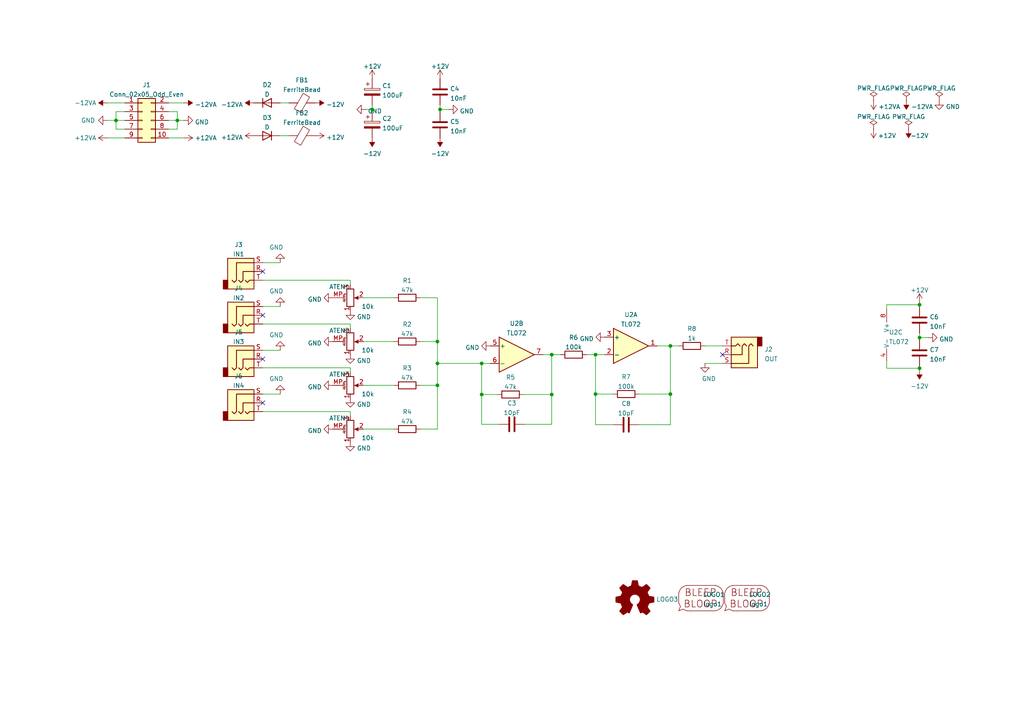
<source format=kicad_sch>
(kicad_sch (version 20211123) (generator eeschema)
  (paper "A4")
  (title_block (title "Mixer") (date "2022-08-06") (rev "1.0") (company "RobotDialogs"))
  (lib_symbols
    (symbol "Amplifier_Operational:TL072" (pin_names (offset 0.127))
      (property "Reference" "U" (at 0 5.08 0))
      (property "Value" "TL072" (at 0 -5.08 0))
      (symbol "TL072_1_1"
        (polyline (pts (xy -5.08 5.08) (xy 5.08 0) (xy -5.08 -5.08) (xy -5.08 5.08)) (stroke (width 0.254)) (fill (type background)))
        (pin output line (at 7.62 0 180) (length 2.54) (name "~") (number "1"))
        (pin input line (at -7.62 -2.54 0) (length 2.54) (name "-") (number "2"))
        (pin input line (at -7.62 2.54 0) (length 2.54) (name "+") (number "3"))
      )
      (symbol "TL072_2_1"
        (polyline (pts (xy -5.08 5.08) (xy 5.08 0) (xy -5.08 -5.08) (xy -5.08 5.08)) (stroke (width 0.254)) (fill (type background)))
        (pin input line (at -7.62 2.54 0) (length 2.54) (name "+") (number "5"))
        (pin input line (at -7.62 -2.54 0) (length 2.54) (name "-") (number "6"))
        (pin output line (at 7.62 0 180) (length 2.54) (name "~") (number "7"))
      )
      (symbol "TL072_3_1"
        (pin power_in line (at -2.54 -7.62 90) (length 3.81) (name "V-") (number "4"))
        (pin power_in line (at -2.54 7.62 270) (length 3.81) (name "V+") (number "8"))
      )
    )
    (symbol "Connector:AudioJack3"
      (property "Reference" "J" (at 0 8.89 0))
      (property "Value" "AudioJack3" (at 0 6.35 0))
      (symbol "AudioJack3_0_1"
        (rectangle (start -5.08 -5.08) (end -6.35 -2.54) (stroke (width 0.254)) (fill (type outline)))
        (polyline (pts (xy 0 -2.54) (xy 0.635 -3.175) (xy 1.27 -2.54) (xy 2.54 -2.54)) (stroke (width 0.254)))
        (polyline (pts (xy -1.905 -2.54) (xy -1.27 -3.175) (xy -0.635 -2.54) (xy -0.635 0) (xy 2.54 0)) (stroke (width 0.254)))
        (polyline (pts (xy 2.54 2.54) (xy -2.54 2.54) (xy -2.54 -2.54) (xy -3.175 -3.175) (xy -3.81 -2.54)) (stroke (width 0.254)))
        (rectangle (start 2.54 3.81) (end -5.08 -5.08) (stroke (width 0.254)) (fill (type background)))
      )
      (symbol "AudioJack3_1_1"
        (pin passive line (at 5.08 0 180) (length 2.54) (name "~") (number "R"))
        (pin passive line (at 5.08 2.54 180) (length 2.54) (name "~") (number "S"))
        (pin passive line (at 5.08 -2.54 180) (length 2.54) (name "~") (number "T"))
      )
    )
    (symbol "Connector_Generic:Conn_02x05_Odd_Even" (pin_names (offset 1.016) hide)
      (property "Reference" "J" (at 1.27 7.62 0))
      (property "Value" "Conn_02x05_Odd_Even" (at 1.27 -7.62 0))
      (symbol "Conn_02x05_Odd_Even_1_1"
        (rectangle (start -1.27 -4.953) (end 0 -5.207) (stroke (width 0.1524)))
        (rectangle (start -1.27 -2.413) (end 0 -2.667) (stroke (width 0.1524)))
        (rectangle (start -1.27 0.127) (end 0 -0.127) (stroke (width 0.1524)))
        (rectangle (start -1.27 2.667) (end 0 2.413) (stroke (width 0.1524)))
        (rectangle (start -1.27 5.207) (end 0 4.953) (stroke (width 0.1524)))
        (rectangle (start -1.27 6.35) (end 3.81 -6.35) (stroke (width 0.254)) (fill (type background)))
        (rectangle (start 3.81 -4.953) (end 2.54 -5.207) (stroke (width 0.1524)))
        (rectangle (start 3.81 -2.413) (end 2.54 -2.667) (stroke (width 0.1524)))
        (rectangle (start 3.81 0.127) (end 2.54 -0.127) (stroke (width 0.1524)))
        (rectangle (start 3.81 2.667) (end 2.54 2.413) (stroke (width 0.1524)))
        (rectangle (start 3.81 5.207) (end 2.54 4.953) (stroke (width 0.1524)))
        (pin passive line (at -5.08 5.08 0) (length 3.81) (name "Pin_1") (number "1"))
        (pin passive line (at 7.62 -5.08 180) (length 3.81) (name "Pin_10") (number "10"))
        (pin passive line (at 7.62 5.08 180) (length 3.81) (name "Pin_2") (number "2"))
        (pin passive line (at -5.08 2.54 0) (length 3.81) (name "Pin_3") (number "3"))
        (pin passive line (at 7.62 2.54 180) (length 3.81) (name "Pin_4") (number "4"))
        (pin passive line (at -5.08 0 0) (length 3.81) (name "Pin_5") (number "5"))
        (pin passive line (at 7.62 0 180) (length 3.81) (name "Pin_6") (number "6"))
        (pin passive line (at -5.08 -2.54 0) (length 3.81) (name "Pin_7") (number "7"))
        (pin passive line (at 7.62 -2.54 180) (length 3.81) (name "Pin_8") (number "8"))
        (pin passive line (at -5.08 -5.08 0) (length 3.81) (name "Pin_9") (number "9"))
      )
    )
    (symbol "Device:C" (pin_numbers hide) (pin_names (offset 0.254))
      (property "Reference" "C" (at 0.635 2.54 0))
      (property "Value" "C" (at 0.635 -2.54 0))
      (symbol "C_0_1"
        (polyline (pts (xy -2.032 -0.762) (xy 2.032 -0.762)) (stroke (width 0.508)))
        (polyline (pts (xy -2.032 0.762) (xy 2.032 0.762)) (stroke (width 0.508)))
      )
      (symbol "C_1_1"
        (pin passive line (at 0 3.81 270) (length 2.794) (name "~") (number "1"))
        (pin passive line (at 0 -3.81 90) (length 2.794) (name "~") (number "2"))
      )
    )
    (symbol "Device:C_Polarized" (pin_numbers hide) (pin_names (offset 0.254))
      (property "Reference" "C" (at 0.635 2.54 0))
      (property "Value" "C_Polarized" (at 0.635 -2.54 0))
      (symbol "C_Polarized_0_1"
        (rectangle (start -2.286 0.508) (end 2.286 1.016))
        (polyline (pts (xy -1.778 2.286) (xy -0.762 2.286)))
        (polyline (pts (xy -1.27 2.794) (xy -1.27 1.778)))
        (rectangle (start 2.286 -0.508) (end -2.286 -1.016) (fill (type outline)))
      )
      (symbol "C_Polarized_1_1"
        (pin passive line (at 0 3.81 270) (length 2.794) (name "~") (number "1"))
        (pin passive line (at 0 -3.81 90) (length 2.794) (name "~") (number "2"))
      )
    )
    (symbol "Device:D" (pin_numbers hide) (pin_names (offset 1.016) hide)
      (property "Reference" "D" (at 0 2.54 0))
      (property "Value" "D" (at 0 -2.54 0))
      (symbol "D_0_1"
        (polyline (pts (xy -1.27 1.27) (xy -1.27 -1.27)) (stroke (width 0.254)))
        (polyline (pts (xy 1.27 0) (xy -1.27 0)))
        (polyline (pts (xy 1.27 1.27) (xy 1.27 -1.27) (xy -1.27 0) (xy 1.27 1.27)) (stroke (width 0.254)))
      )
      (symbol "D_1_1"
        (pin passive line (at -3.81 0 0) (length 2.54) (name "K") (number "1"))
        (pin passive line (at 3.81 0 180) (length 2.54) (name "A") (number "2"))
      )
    )
    (symbol "Device:FerriteBead" (pin_numbers hide) (pin_names (offset 0))
      (property "Reference" "FB" (at -3.81 0.635 90))
      (property "Value" "FerriteBead" (at 3.81 0 90))
      (symbol "FerriteBead_0_1"
        (polyline (pts (xy 0 -1.27) (xy 0 -1.2192)))
        (polyline (pts (xy 0 1.27) (xy 0 1.2954)))
        (polyline (pts (xy -2.7686 0.4064) (xy -1.7018 2.2606) (xy 2.7686 -0.3048) (xy 1.6764 -2.159) (xy -2.7686 0.4064)))
      )
      (symbol "FerriteBead_1_1"
        (pin passive line (at 0 3.81 270) (length 2.54) (name "~") (number "1"))
        (pin passive line (at 0 -3.81 90) (length 2.54) (name "~") (number "2"))
      )
    )
    (symbol "Device:R" (pin_numbers hide) (pin_names (offset 0))
      (property "Reference" "R" (at 2.032 0 90))
      (property "Value" "R" (at 0 0 90))
      (symbol "R_0_1"
        (rectangle (start -1.016 -2.54) (end 1.016 2.54) (stroke (width 0.254)))
      )
      (symbol "R_1_1"
        (pin passive line (at 0 3.81 270) (length 1.27) (name "~") (number "1"))
        (pin passive line (at 0 -3.81 90) (length 1.27) (name "~") (number "2"))
      )
    )
    (symbol "Device:R_Potentiometer_MountingPin" (pin_names (offset 1.016) hide)
      (property "Reference" "RV" (at -8.255 0 90))
      (property "Value" "R_Potentiometer_MountingPin" (at -6.35 0 90))
      (symbol "R_Potentiometer_MountingPin_0_1"
        (polyline (pts (xy 2.54 0) (xy 1.524 0)))
        (polyline (pts (xy 1.143 0) (xy 2.286 0.508) (xy 2.286 -0.508)) (fill (type outline)))
        (rectangle (start 1.016 2.54) (end -1.016 -2.54) (stroke (width 0.254)))
      )
      (symbol "R_Potentiometer_MountingPin_1_1"
        (polyline (pts (xy -2.032 1.016) (xy -2.032 -1.016)) (stroke (width 0.1524)))
        (text "Mounting" (at -1.651 0 900) (effects (font (size 0.381 0.381))))
        (pin passive line (at 0 3.81 270) (length 1.27) (name "1") (number "1"))
        (pin passive line (at 3.81 0 180) (length 1.27) (name "2") (number "2"))
        (pin passive line (at 0 -3.81 90) (length 1.27) (name "3") (number "3"))
        (pin passive line (at -5.08 0 0) (length 3.048) (name "MountPin") (number "MP"))
      )
    )
    (symbol "My Stuff:Logo_Open_Hardware_Small" (pin_names (offset 1.016))
      (property "Reference" "LOGO1" (at 0 6.985 0))
      (symbol "Logo_Open_Hardware_Small_0_1"
        (polyline (pts (xy 3.3528 -4.3434) (xy 3.302 -4.318) (xy 3.175 -4.2418) (xy 2.9972 -4.1148) (xy 2.7686 -3.9624) (xy 2.54 -3.81) (xy 2.3622 -3.7084) (xy 2.2352 -3.6068) (xy 2.1844 -3.5814) (xy 2.159 -3.6068) (xy 2.0574 -3.6576) (xy 1.905 -3.7338) (xy 1.8034 -3.7846) (xy 1.6764 -3.8354) (xy 1.6002 -3.8354) (xy 1.6002 -3.8354) (xy 1.5494 -3.7338) (xy 1.4732 -3.5306) (xy 1.3462 -3.302) (xy 1.2446 -3.0226) (xy 1.1176 -2.7178) (xy 0.9652 -2.413) (xy 0.8636 -2.1082) (xy 0.7366 -1.8288) (xy 0.6604 -1.6256) (xy 0.6096 -1.4732) (xy 0.5842 -1.397) (xy 0.5842 -1.397) (xy 0.6604 -1.3208) (xy 0.7874 -1.2446) (xy 1.0414 -1.016) (xy 1.2954 -0.6858) (xy 1.4478 -0.3302) (xy 1.524 0.0762) (xy 1.4732 0.4572) (xy 1.3208 0.8128) (xy 1.0668 1.143) (xy 0.762 1.3716) (xy 0.4064 1.524) (xy 0 1.5748) (xy -0.381 1.5494) (xy -0.7366 1.397) (xy -1.0668 1.143) (xy -1.2192 0.9906) (xy -1.397 0.6604) (xy -1.524 0.3048) (xy -1.524 0.2286) (xy -1.4986 -0.1778) (xy -1.397 -0.5334) (xy -1.1938 -0.8636) (xy -0.9144 -1.143) (xy -0.8636 -1.1684) (xy -0.7366 -1.27) (xy -0.635 -1.3462) (xy -0.5842 -1.397) (xy -1.0668 -2.5908) (xy -1.143 -2.794) (xy -1.2954 -3.1242) (xy -1.397 -3.4036) (xy -1.4986 -3.6322) (xy -1.5748 -3.7846) (xy -1.6002 -3.8354) (xy -1.6002 -3.8354) (xy -1.651 -3.8354) (xy -1.7272 -3.81) (xy -1.905 -3.7338) (xy -2.0066 -3.683) (xy -2.1336 -3.6068) (xy -2.2098 -3.5814) (xy -2.2606 -3.6068) (xy -2.3622 -3.683) (xy -2.54 -3.81) (xy -2.7686 -3.9624) (xy -2.9718 -4.0894) (xy -3.1496 -4.2164) (xy -3.302 -4.318) (xy -3.3528 -4.3434) (xy -3.3782 -4.3434) (xy -3.429 -4.318) (xy -3.5306 -4.2164) (xy -3.7084 -4.064) (xy -3.937 -3.8354) (xy -3.9624 -3.81) (xy -4.1656 -3.6068) (xy -4.318 -3.4544) (xy -4.4196 -3.3274) (xy -4.445 -3.2766) (xy -4.445 -3.2766) (xy -4.4196 -3.2258) (xy -4.318 -3.0734) (xy -4.2164 -2.8956) (xy -4.064 -2.667) (xy -3.6576 -2.0828) (xy -3.8862 -1.5494) (xy -3.937 -1.3716) (xy -4.0386 -1.1684) (xy -4.0894 -1.0414) (xy -4.1148 -0.9652) (xy -4.191 -0.9398) (xy -4.318 -0.9144) (xy -4.5466 -0.8636) (xy -4.8006 -0.8128) (xy -5.0546 -0.7874) (xy -5.2578 -0.7366) (xy -5.4356 -0.7112) (xy -5.5118 -0.6858) (xy -5.5118 -0.6858) (xy -5.5372 -0.635) (xy -5.5372 -0.5588) (xy -5.5372 -0.4318) (xy -5.5626 -0.2286) (xy -5.5626 0.0762) (xy -5.5626 0.127) (xy -5.5372 0.4064) (xy -5.5372 0.635) (xy -5.5372 0.762) (xy -5.5372 0.8382) (xy -5.5372 0.8382) (xy -5.461 0.8382) (xy -5.3086 0.889) (xy -5.08 0.9144) (xy -4.826 0.9652) (xy -4.8006 0.9906) (xy -4.5466 1.0414) (xy -4.318 1.0668) (xy -4.1656 1.1176) (xy -4.0894 1.143) (xy -4.0894 1.143) (xy -4.0386 1.2446) (xy -3.9624 1.4224) (xy -3.8608 1.6256) (xy -3.7846 1.8288) (xy -3.7084 2.0066) (xy -3.6576 2.159) (xy -3.6322 2.2098) (xy -3.6322 2.2098) (xy -3.683 2.286) (xy -3.7592 2.413) (xy -3.8862 2.5908) (xy -4.064 2.8194) (xy -4.064 2.8448) (xy -4.2164 3.0734) (xy -4.3434 3.2512) (xy -4.4196 3.3782) (xy -4.445 3.4544) (xy -4.445 3.4544) (xy -4.3942 3.5052) (xy -4.2926 3.6322) (xy -4.1148 3.81) (xy -3.937 4.0132) (xy -3.8608 4.064) (xy -3.6576 4.2926) (xy -3.5052 4.4196) (xy -3.4036 4.4958) (xy -3.3528 4.5212) (xy -3.3528 4.5212) (xy -3.302 4.4704) (xy -3.1496 4.3688) (xy -2.9718 4.2418) (xy -2.7432 4.0894) (xy -2.7178 4.0894) (xy -2.4892 3.937) (xy -2.3114 3.81) (xy -2.1844 3.7084) (xy -2.1336 3.683) (xy -2.1082 3.683) (xy -2.032 3.7084) (xy -1.8542 3.7592) (xy -1.6764 3.8354) (xy -1.4732 3.937) (xy -1.27 4.0132) (xy -1.143 4.064) (xy -1.0668 4.1148) (xy -1.0668 4.1148) (xy -1.0414 4.191) (xy -1.016 4.3434) (xy -0.9652 4.572) (xy -0.9144 4.8514) (xy -0.889 4.9022) (xy -0.8382 5.1562) (xy -0.8128 5.3848) (xy -0.7874 5.5372) (xy -0.762 5.588) (xy -0.7112 5.6134) (xy -0.5842 5.6134) (xy -0.4064 5.6134) (xy -0.1524 5.6134) (xy 0.0762 5.6134) (xy 0.3302 5.6134) (xy 0.5334 5.6134) (xy 0.6858 5.588) (xy 0.7366 5.588) (xy 0.7366 5.588) (xy 0.762 5.5118) (xy 0.8128 5.334) (xy 0.8382 5.1054) (xy 0.9144 4.826) (xy 0.9144 4.7752) (xy 0.9652 4.5212) (xy 1.016 4.2926) (xy 1.0414 4.1402) (xy 1.0668 4.0894) (xy 1.0668 4.0894) (xy 1.1938 4.0386) (xy 1.3716 3.9624) (xy 1.5748 3.8608) (xy 2.0828 3.6576) (xy 2.7178 4.0894) (xy 2.7686 4.1402) (xy 2.9972 4.2926) (xy 3.175 4.4196) (xy 3.302 4.4958) (xy 3.3782 4.5212) (xy 3.3782 4.5212) (xy 3.429 4.4704) (xy 3.556 4.3434) (xy 3.7338 4.191) (xy 3.9116 3.9878) (xy 4.064 3.8354) (xy 4.2418 3.6576) (xy 4.3434 3.556) (xy 4.4196 3.4798) (xy 4.4196 3.429) (xy 4.4196 3.4036) (xy 4.3942 3.3274) (xy 4.2926 3.2004) (xy 4.1656 2.9972) (xy 4.0132 2.794) (xy 3.8862 2.5908) (xy 3.7592 2.3876) (xy 3.6576 2.2352) (xy 3.6322 2.159) (xy 3.6322 2.1336) (xy 3.683 2.0066) (xy 3.7592 1.8288) (xy 3.8608 1.6002) (xy 4.064 1.1176) (xy 4.3942 1.0414) (xy 4.5974 1.016) (xy 4.8768 0.9652) (xy 5.1308 0.9144) (xy 5.5372 0.8382) (xy 5.5626 -0.6604) (xy 5.4864 -0.6858) (xy 5.4356 -0.6858) (xy 5.2832 -0.7366) (xy 5.0546 -0.762) (xy 4.8006 -0.8128) (xy 4.5974 -0.8636) (xy 4.3688 -0.9144) (xy 4.2164 -0.9398) (xy 4.1402 -0.9398) (xy 4.1148 -0.9652) (xy 4.064 -1.0668) (xy 3.9878 -1.2446) (xy 3.9116 -1.4478) (xy 3.81 -1.651) (xy 3.7338 -1.8542) (xy 3.683 -2.0066) (xy 3.6576 -2.0828) (xy 3.683 -2.1336) (xy 3.7846 -2.2606) (xy 3.8862 -2.4638) (xy 4.0386 -2.667) (xy 4.191 -2.8956) (xy 4.318 -3.0734) (xy 4.3942 -3.2004) (xy 4.445 -3.2766) (xy 4.4196 -3.3274) (xy 4.3434 -3.429) (xy 4.1656 -3.5814) (xy 3.937 -3.8354) (xy 3.8862 -3.8608) (xy 3.683 -4.064) (xy 3.5306 -4.2164) (xy 3.4036 -4.318) (xy 3.3528 -4.3434)) (fill (type outline)))
      )
    )
    (symbol "My Stuff:logo1" (pin_names (offset 1.016))
      (property "Reference" "LOGO" (at 0 -4.826 0))
      (property "Value" "logo1" (at 0 4.826 0))
      (symbol "logo1_0_0"
        (text "" (at -1.27 1.27 0) (effects (font (size 1.27 1.27))))
        (text "BLEEP" (at 0 1.524 0) (effects (font (size 2 2))))
        (text "BLOOP" (at 0 -1.778 0) (effects (font (size 2 2))))
      )
      (symbol "logo1_0_1"
        (rectangle (start -2.794 -4.318) (end -2.794 -4.318) (stroke (width 0.1524)))
        (polyline (pts (xy -6.35 1.27) (xy -6.35 -1.524)) (stroke (width 0.1524)))
        (polyline (pts (xy -4.064 -3.81) (xy 4.318 -3.81)) (stroke (width 0.1524)))
        (polyline (pts (xy -4.064 3.556) (xy 4.318 3.556)) (stroke (width 0.1524)))
        (polyline (pts (xy 6.604 1.27) (xy 6.604 -1.524)) (stroke (width 0.1524)))
        (polyline (pts (xy -6.35 1.27) (xy -6.096 2.032) (xy -5.588 2.794) (xy -4.826 3.302) (xy -4.064 3.556)) (stroke (width 0.1524)))
        (polyline (pts (xy -4.064 -3.81) (xy -5.08 -3.302) (xy -6.35 -3.81) (xy -5.842 -2.54) (xy -6.35 -1.524)) (stroke (width 0.1524)))
        (polyline (pts (xy 4.318 3.556) (xy 5.08 3.302) (xy 5.842 2.794) (xy 6.35 2.032) (xy 6.604 1.27)) (stroke (width 0.1524)))
        (polyline (pts (xy 6.604 -1.524) (xy 6.35 -2.286) (xy 5.842 -3.048) (xy 5.08 -3.556) (xy 4.318 -3.81)) (stroke (width 0.1524)))
      )
    )
    (symbol "power:+12V" (power) (pin_names (offset 0))
      (property "Value" "+12V" (at 0 3.556 0))
      (symbol "+12V_0_1"
        (polyline (pts (xy -0.762 1.27) (xy 0 2.54)))
        (polyline (pts (xy 0 0) (xy 0 2.54)))
        (polyline (pts (xy 0 2.54) (xy 0.762 1.27)))
      )
      (symbol "+12V_1_1"
        (pin power_in line (at 0 0 90) (length 0) hide (name "+12V") (number "1"))
      )
    )
    (symbol "power:+12VA" (power) (pin_names (offset 0))
      (property "Value" "+12VA" (at 0 3.556 0))
      (symbol "+12VA_0_1"
        (polyline (pts (xy -0.762 1.27) (xy 0 2.54)))
        (polyline (pts (xy 0 0) (xy 0 2.54)))
        (polyline (pts (xy 0 2.54) (xy 0.762 1.27)))
      )
      (symbol "+12VA_1_1"
        (pin power_in line (at 0 0 90) (length 0) hide (name "+12VA") (number "1"))
      )
    )
    (symbol "power:-12V" (power) (pin_names (offset 0))
      (property "Value" "-12V" (at 0 3.81 0))
      (symbol "-12V_0_0"
        (pin power_in line (at 0 0 90) (length 0) hide (name "-12V") (number "1"))
      )
      (symbol "-12V_0_1"
        (polyline (pts (xy 0 0) (xy 0 1.27) (xy 0.762 1.27) (xy 0 2.54) (xy -0.762 1.27) (xy 0 1.27)) (fill (type outline)))
      )
    )
    (symbol "power:-12VA" (power) (pin_names (offset 0))
      (property "Value" "-12VA" (at 0 3.556 0))
      (symbol "-12VA_0_0"
        (pin power_in line (at 0 0 90) (length 0) hide (name "-12VA") (number "1"))
      )
      (symbol "-12VA_0_1"
        (polyline (pts (xy 0 0) (xy 0 1.27) (xy 0.762 1.27) (xy 0 2.54) (xy -0.762 1.27) (xy 0 1.27)) (fill (type outline)))
      )
    )
    (symbol "power:GND" (power) (pin_names (offset 0))
      (property "Value" "GND" (at 0 -3.81 0))
      (symbol "GND_0_1"
        (polyline (pts (xy 0 0) (xy 0 -1.27) (xy 1.27 -1.27) (xy 0 -2.54) (xy -1.27 -1.27) (xy 0 -1.27)))
      )
      (symbol "GND_1_1"
        (pin power_in line (at 0 0 270) (length 0) hide (name "GND") (number "1"))
      )
    )
    (symbol "power:PWR_FLAG" (power) (pin_numbers hide) (pin_names (offset 0) hide)
      (property "Value" "PWR_FLAG" (at 0 3.81 0))
      (symbol "PWR_FLAG_0_0"
        (pin power_out line (at 0 0 90) (length 0) (name "pwr") (number "1"))
      )
      (symbol "PWR_FLAG_0_1"
        (polyline (pts (xy 0 0) (xy 0 1.27) (xy -1.016 1.905) (xy 0 2.54) (xy 1.016 1.905) (xy 0 1.27)))
      )
    )
  )
  (junction (at 172.72 114.3))
  (junction (at 51.435 34.925))
  (junction (at 139.7 105.41))
  (junction (at 172.72 102.87))
  (junction (at 126.873 111.76))
  (junction (at 160.02 114.427))
  (junction (at 126.873 99.06))
  (junction (at 33.655 34.925))
  (junction (at 127.635 31.75))
  (junction (at 266.7 97.917))
  (junction (at 266.7 106.807))
  (junction (at 126.873 105.41))
  (junction (at 107.95 31.75))
  (junction (at 194.437 114.3))
  (junction (at 194.437 100.33))
  (junction (at 139.7 114.427))
  (junction (at 266.7 88.392))
  (junction (at 160.02 102.87))
  (no_connect (at 76.2 116.84))
  (no_connect (at 209.55 102.87))
  (no_connect (at 76.2 91.44))
  (no_connect (at 76.2 104.14))
  (no_connect (at 76.2 78.74))
  (wire (pts (xy 170.18 102.87) (xy 172.72 102.87)))
  (wire (pts (xy 121.92 124.46) (xy 126.873 124.46)))
  (wire (pts (xy 157.48 102.87) (xy 160.02 102.87)))
  (wire (pts (xy 139.7 105.41) (xy 142.24 105.41)))
  (wire (pts (xy 209.55 105.41) (xy 204.47 105.41)))
  (wire (pts (xy 81.28 29.845) (xy 83.82 29.845)))
  (wire (pts (xy 194.437 100.33) (xy 194.437 114.3)))
  (wire (pts (xy 257.175 89.662) (xy 257.175 88.392)))
  (wire (pts (xy 162.56 102.87) (xy 160.02 102.87)))
  (wire (pts (xy 107.95 31.75) (xy 107.95 32.385)))
  (wire (pts (xy 106.045 31.75) (xy 107.95 31.75)))
  (wire (pts (xy 126.873 86.36) (xy 121.92 86.36)))
  (wire (pts (xy 76.2 101.6) (xy 81.28 101.6)))
  (wire (pts (xy 126.873 105.41) (xy 139.7 105.41)))
  (wire (pts (xy 172.72 114.3) (xy 172.72 102.87)))
  (wire (pts (xy 101.6 93.98) (xy 101.6 95.25)))
  (wire (pts (xy 33.655 32.385) (xy 33.655 34.925)))
  (wire (pts (xy 36.195 32.385) (xy 33.655 32.385)))
  (wire (pts (xy 144.653 123.063) (xy 139.7 123.063)))
  (wire (pts (xy 51.435 34.925) (xy 51.435 37.465)))
  (wire (pts (xy 126.873 99.06) (xy 126.873 105.41)))
  (wire (pts (xy 266.7 97.917) (xy 266.7 98.552)))
  (wire (pts (xy 194.437 100.33) (xy 196.85 100.33)))
  (wire (pts (xy 76.2 119.38) (xy 101.6 119.38)))
  (wire (pts (xy 127.635 31.75) (xy 130.175 31.75)))
  (wire (pts (xy 76.2 88.9) (xy 81.28 88.9)))
  (wire (pts (xy 114.3 99.06) (xy 105.41 99.06)))
  (wire (pts (xy 266.7 87.757) (xy 266.7 88.392)))
  (wire (pts (xy 114.3 124.46) (xy 105.41 124.46)))
  (wire (pts (xy 190.627 100.33) (xy 194.437 100.33)))
  (wire (pts (xy 209.55 100.33) (xy 204.47 100.33)))
  (wire (pts (xy 121.92 99.06) (xy 126.873 99.06)))
  (wire (pts (xy 126.873 105.41) (xy 126.873 111.76)))
  (wire (pts (xy 139.7 114.427) (xy 139.7 123.063)))
  (wire (pts (xy 266.7 97.917) (xy 269.24 97.917)))
  (wire (pts (xy 31.115 29.845) (xy 36.195 29.845)))
  (wire (pts (xy 126.873 111.76) (xy 126.873 124.46)))
  (wire (pts (xy 152.273 123.063) (xy 160.02 123.063)))
  (wire (pts (xy 257.175 88.392) (xy 266.7 88.392)))
  (wire (pts (xy 33.655 34.925) (xy 36.195 34.925)))
  (wire (pts (xy 172.72 114.3) (xy 172.72 123.19)))
  (wire (pts (xy 76.2 106.68) (xy 101.6 106.68)))
  (wire (pts (xy 101.6 106.68) (xy 101.6 107.95)))
  (wire (pts (xy 114.3 111.76) (xy 105.41 111.76)))
  (wire (pts (xy 48.895 29.845) (xy 53.34 29.845)))
  (wire (pts (xy 101.6 81.28) (xy 76.2 81.28)))
  (wire (pts (xy 48.895 32.385) (xy 51.435 32.385)))
  (wire (pts (xy 172.72 123.19) (xy 177.8 123.19)))
  (wire (pts (xy 33.655 34.925) (xy 33.655 37.465)))
  (wire (pts (xy 127.635 31.75) (xy 127.635 32.385)))
  (wire (pts (xy 51.435 34.925) (xy 53.34 34.925)))
  (wire (pts (xy 266.7 96.647) (xy 266.7 97.917)))
  (wire (pts (xy 101.6 82.55) (xy 101.6 81.28)))
  (wire (pts (xy 139.7 105.41) (xy 139.7 114.427)))
  (wire (pts (xy 51.435 32.385) (xy 51.435 34.925)))
  (wire (pts (xy 257.175 106.807) (xy 266.7 106.807)))
  (wire (pts (xy 266.7 88.392) (xy 266.7 89.027)))
  (wire (pts (xy 194.437 114.3) (xy 194.437 123.19)))
  (wire (pts (xy 266.7 106.807) (xy 266.7 106.172)))
  (wire (pts (xy 81.28 39.37) (xy 83.82 39.37)))
  (wire (pts (xy 76.2 93.98) (xy 101.6 93.98)))
  (wire (pts (xy 51.435 37.465) (xy 48.895 37.465)))
  (wire (pts (xy 185.42 123.19) (xy 194.437 123.19)))
  (wire (pts (xy 160.02 123.063) (xy 160.02 114.427)))
  (wire (pts (xy 76.2 76.2) (xy 81.28 76.2)))
  (wire (pts (xy 101.6 119.38) (xy 101.6 120.65)))
  (wire (pts (xy 127.635 30.48) (xy 127.635 31.75)))
  (wire (pts (xy 33.655 37.465) (xy 36.195 37.465)))
  (wire (pts (xy 185.42 114.3) (xy 194.437 114.3)))
  (wire (pts (xy 177.8 114.3) (xy 172.72 114.3)))
  (wire (pts (xy 114.3 86.36) (xy 105.41 86.36)))
  (wire (pts (xy 160.02 102.87) (xy 160.02 114.427)))
  (wire (pts (xy 172.72 102.87) (xy 175.387 102.87)))
  (wire (pts (xy 121.92 111.76) (xy 126.873 111.76)))
  (wire (pts (xy 48.895 40.005) (xy 53.34 40.005)))
  (wire (pts (xy 257.175 104.902) (xy 257.175 106.807)))
  (wire (pts (xy 31.115 34.925) (xy 33.655 34.925)))
  (wire (pts (xy 266.7 107.442) (xy 266.7 106.807)))
  (wire (pts (xy 144.272 114.427) (xy 139.7 114.427)))
  (wire (pts (xy 48.895 34.925) (xy 51.435 34.925)))
  (wire (pts (xy 36.195 40.005) (xy 31.115 40.005)))
  (wire (pts (xy 107.95 30.48) (xy 107.95 31.75)))
  (wire (pts (xy 126.873 86.36) (xy 126.873 99.06)))
  (wire (pts (xy 160.02 114.427) (xy 151.892 114.427)))
  (wire (pts (xy 76.2 114.3) (xy 81.28 114.3)))
  (symbol (lib_id "Device:D") (at 77.47 29.845 0) (unit 1)
    (property "Reference" "D2" (at 77.47 24.6085 0))
    (property "Value" "D" (at 77.47 27.3836 0))
    (property "Footprint" "Diode_THT:D_A-405_P2.54mm_Vertical_KathodeUp" (effects hide))
  )
  (symbol (lib_id "Device:C") (at 148.463 123.063 90) (unit 1)
    (property "Reference" "C3" (at 148.463 116.9375 90))
    (property "Value" "10pF" (at 148.463 119.7126 90))
    (property "Footprint" "Capacitor_SMD:C_1206_3216Metric_Pad1.33x1.80mm_HandSolder" (effects hide))
  )
  (symbol (lib_id "Device:C_Polarized") (at 107.95 26.67 0) (unit 1)
    (property "Reference" "C1" (at 110.871 24.8725 0) (effects (justify left)))
    (property "Value" "100uF" (at 110.871 27.6476 0) (effects (justify left)))
    (property "Footprint" "Capacitor_THT:CP_Radial_D5.0mm_P2.50mm" (effects hide))
  )
  (symbol (lib_id "Device:R_Potentiometer_MountingPin") (at 101.6 86.36 0) (mirror x) (unit 1)
    (property "Reference" "ATEN1" (at 98.425 83.185 0))
    (property "Value" "10k" (at 106.68 88.9 0))
    (property "Footprint" "My Stuff:Potentiometer_Alpha_RD901F-40-00D_Single_Vertical_w_3d" (effects hide))
  )
  (symbol (lib_id "power:+12VA") (at 31.115 40.005 90) (unit 1)
    (property "Reference" "#PWR0106" (effects hide))
    (property "Value" "+12VA" (at 21.59 40.005 90) (effects (justify right)))
  )
  (symbol (lib_id "Amplifier_Operational:TL072") (at 183.007 100.33 0) (unit 1)
    (property "Reference" "U2" (at 183.007 91.2835 0))
    (property "Value" "TL072" (at 183.007 94.0586 0))
    (property "Footprint" "Package_DIP:DIP-8_W7.62mm_Socket_LongPads" (effects hide))
    (property "Datasheet" "http://www.ti.com/lit/ds/symlink/tl071.pdf" (effects hide))
  )
  (symbol (lib_id "power:-12VA") (at 262.89 29.21 180) (unit 1)
    (property "Reference" "#PWR0126" (effects hide))
    (property "Value" "-12VA" (at 264.287 30.959 0) (effects (justify right)))
  )
  (symbol (lib_id "power:+12V") (at 107.95 22.86 0) (unit 1)
    (property "Reference" "#PWR0130" (effects hide))
    (property "Value" "+12V" (at 107.95 19.2555 0))
  )
  (symbol (lib_id "Connector_Generic:Conn_02x05_Odd_Even") (at 41.275 34.925 0) (unit 1)
    (property "Reference" "J1" (at 42.545 24.6085 0))
    (property "Value" "Conn_02x05_Odd_Even" (at 42.545 27.3836 0))
    (property "Footprint" "Connector_IDC:IDC-Header_2x05_P2.54mm_Vertical" (effects hide))
  )
  (symbol (lib_id "Device:C") (at 127.635 26.67 0) (unit 1)
    (property "Reference" "C4" (at 130.556 25.7615 0) (effects (justify left)))
    (property "Value" "10nF" (at 130.556 28.5366 0) (effects (justify left)))
    (property "Footprint" "Capacitor_SMD:C_1206_3216Metric_Pad1.33x1.80mm_HandSolder" (effects hide))
  )
  (symbol (lib_id "Device:R") (at 118.11 99.06 90) (unit 1)
    (property "Reference" "R2" (at 118.11 94.0775 90))
    (property "Value" "47k" (at 118.11 96.8526 90))
    (property "Footprint" "Resistor_SMD:R_1206_3216Metric_Pad1.30x1.75mm_HandSolder" (effects hide))
  )
  (symbol (lib_id "power:+12V") (at 266.7 87.757 0) (unit 1)
    (property "Reference" "#PWR03" (effects hide))
    (property "Value" "+12V" (at 266.7 84.1525 0))
  )
  (symbol (lib_id "My Stuff:Logo_Open_Hardware_Small") (at 184.15 173.99 0) (unit 1)
    (property "Reference" "LOGO3" (at 190.3476 173.834 0) (effects (justify left)))
    (property "Value" "Logo_Open_Hardware_Small" (effects hide))
    (property "Footprint" "Symbol:OSHW-Symbol_6.7x6mm_SilkScreen" (effects hide))
  )
  (symbol (lib_id "power:-12V") (at 107.95 40.005 180) (unit 1)
    (property "Reference" "#PWR0122" (effects hide))
    (property "Value" "-12V" (at 107.95 44.5675 0))
  )
  (symbol (lib_id "power:+12V") (at 91.44 39.37 270) (unit 1)
    (property "Reference" "#PWR0112" (effects hide))
    (property "Value" "+12V" (at 94.615 39.849 90) (effects (justify left)))
  )
  (symbol (lib_id "power:-12VA") (at 31.115 29.845 90) (unit 1)
    (property "Reference" "#PWR0105" (effects hide))
    (property "Value" "-12VA" (at 21.59 29.845 90) (effects (justify right)))
  )
  (symbol (lib_id "Device:R") (at 118.11 111.76 90) (unit 1)
    (property "Reference" "R3" (at 118.11 106.7775 90))
    (property "Value" "47k" (at 118.11 109.5526 90))
    (property "Footprint" "Resistor_SMD:R_1206_3216Metric_Pad1.30x1.75mm_HandSolder" (effects hide))
  )
  (symbol (lib_id "Amplifier_Operational:TL072") (at 259.715 97.282 0) (unit 3)
    (property "Reference" "U2" (at 257.81 96.3735 0) (effects (justify left)))
    (property "Value" "TL072" (at 257.81 99.1486 0) (effects (justify left)))
    (property "Footprint" "Package_DIP:DIP-8_W7.62mm_Socket_LongPads" (effects hide))
    (property "Datasheet" "http://www.ti.com/lit/ds/symlink/tl071.pdf" (effects hide))
  )
  (symbol (lib_id "power:-12V") (at 263.525 37.465 180) (unit 1)
    (property "Reference" "#PWR0127" (effects hide))
    (property "Value" "-12V" (at 266.7 39.37 0))
  )
  (symbol (lib_id "power:GND") (at 96.52 124.46 270) (mirror x) (unit 1)
    (property "Reference" "#PWR0119" (effects hide))
    (property "Value" "GND" (at 93.345 124.939 90) (effects (justify right)))
  )
  (symbol (lib_id "Device:R") (at 148.082 114.427 90) (unit 1)
    (property "Reference" "R5" (at 148.082 109.4445 90))
    (property "Value" "47k" (at 148.082 112.2196 90))
    (property "Footprint" "Resistor_SMD:R_1206_3216Metric_Pad1.30x1.75mm_HandSolder" (effects hide))
  )
  (symbol (lib_id "Device:R") (at 181.61 114.3 90) (unit 1)
    (property "Reference" "R7" (at 181.61 109.3175 90))
    (property "Value" "100k" (at 181.61 112.0926 90))
    (property "Footprint" "Resistor_SMD:R_1206_3216Metric_Pad1.30x1.75mm_HandSolder" (effects hide))
  )
  (symbol (lib_id "power:GND") (at 81.28 88.9 180) (unit 1)
    (property "Reference" "#PWR0116" (effects hide))
    (property "Value" "GND" (at 78.105 84.455 0) (effects (justify right)))
  )
  (symbol (lib_id "Device:C_Polarized") (at 107.95 36.195 0) (unit 1)
    (property "Reference" "C2" (at 110.871 34.3975 0) (effects (justify left)))
    (property "Value" "100uF" (at 110.871 37.1726 0) (effects (justify left)))
    (property "Footprint" "Capacitor_THT:CP_Radial_D5.0mm_P2.50mm" (effects hide))
  )
  (symbol (lib_id "power:PWR_FLAG") (at 253.365 37.465 0) (unit 1)
    (property "Reference" "#FLG0102" (effects hide))
    (property "Value" "PWR_FLAG" (at 253.365 33.8605 0))
  )
  (symbol (lib_id "Device:C") (at 127.635 36.195 0) (unit 1)
    (property "Reference" "C5" (at 130.556 35.2865 0) (effects (justify left)))
    (property "Value" "10nF" (at 130.556 38.0616 0) (effects (justify left)))
    (property "Footprint" "Capacitor_SMD:C_1206_3216Metric_Pad1.33x1.80mm_HandSolder" (effects hide))
  )
  (symbol (lib_id "Device:FerriteBead") (at 87.63 29.845 90) (unit 1)
    (property "Reference" "FB1" (at 87.5792 23.2369 90))
    (property "Value" "FerriteBead" (at 87.5792 26.012 90))
    (property "Footprint" "Inductor_THT:L_Axial_L6.6mm_D2.7mm_P2.54mm_Vertical_Vishay_IM-2" (effects hide))
  )
  (symbol (lib_id "power:GND") (at 101.6 102.87 0) (mirror y) (unit 1)
    (property "Reference" "#PWR0134" (effects hide))
    (property "Value" "GND" (at 103.505 104.619 0) (effects (justify right)))
  )
  (symbol (lib_id "power:GND") (at 101.6 90.17 0) (mirror y) (unit 1)
    (property "Reference" "#PWR0133" (effects hide))
    (property "Value" "GND" (at 103.505 91.919 0) (effects (justify right)))
  )
  (symbol (lib_id "power:+12V") (at 253.365 37.465 180) (unit 1)
    (property "Reference" "#PWR0124" (effects hide))
    (property "Value" "+12V" (at 254.635 39.37 0) (effects (justify right)))
  )
  (symbol (lib_id "power:+12VA") (at 253.365 29.21 180) (unit 1)
    (property "Reference" "#PWR0125" (effects hide))
    (property "Value" "+12VA" (at 254.762 30.959 0) (effects (justify right)))
  )
  (symbol (lib_id "power:GND") (at 204.47 105.41 0) (unit 1)
    (property "Reference" "#PWR0131" (effects hide))
    (property "Value" "GND" (at 207.645 109.855 0) (effects (justify right)))
  )
  (symbol (lib_id "Amplifier_Operational:TL072") (at 149.86 102.87 0) (unit 2)
    (property "Reference" "U2" (at 149.86 93.8235 0))
    (property "Value" "TL072" (at 149.86 96.5986 0))
    (property "Footprint" "Package_DIP:DIP-8_W7.62mm_Socket_LongPads" (effects hide))
    (property "Datasheet" "http://www.ti.com/lit/ds/symlink/tl071.pdf" (effects hide))
  )
  (symbol (lib_id "power:PWR_FLAG") (at 272.415 29.21 0) (unit 1)
    (property "Reference" "#FLG0103" (effects hide))
    (property "Value" "PWR_FLAG" (at 272.415 25.6055 0))
  )
  (symbol (lib_id "power:GND") (at 81.28 101.6 180) (unit 1)
    (property "Reference" "#PWR0101" (effects hide))
    (property "Value" "GND" (at 78.105 97.155 0) (effects (justify right)))
  )
  (symbol (lib_id "power:GND") (at 81.28 114.3 180) (unit 1)
    (property "Reference" "#PWR0102" (effects hide))
    (property "Value" "GND" (at 78.105 109.855 0) (effects (justify right)))
  )
  (symbol (lib_id "power:-12VA") (at 73.66 29.845 90) (unit 1)
    (property "Reference" "#PWR0107" (effects hide))
    (property "Value" "-12VA" (at 70.485 30.324 90) (effects (justify left)))
  )
  (symbol (lib_id "power:GND") (at 81.28 76.2 180) (unit 1)
    (property "Reference" "#PWR0115" (effects hide))
    (property "Value" "GND" (at 78.105 71.755 0) (effects (justify right)))
  )
  (symbol (lib_id "Connector:AudioJack3") (at 71.12 116.84 0) (unit 1)
    (property "Reference" "J6" (at 69.215 109.0635 0))
    (property "Value" "IN4" (at 69.215 111.8386 0))
    (property "Footprint" "My Stuff:Jack_3.5mm_MJ-355W_Vertical" (effects hide))
  )
  (symbol (lib_id "power:GND") (at 101.6 128.27 0) (mirror y) (unit 1)
    (property "Reference" "#PWR0117" (effects hide))
    (property "Value" "GND" (at 103.505 130.019 0) (effects (justify right)))
  )
  (symbol (lib_id "power:GND") (at 96.52 99.06 270) (mirror x) (unit 1)
    (property "Reference" "#PWR0103" (effects hide))
    (property "Value" "GND" (at 93.345 99.539 90) (effects (justify right)))
  )
  (symbol (lib_id "power:PWR_FLAG") (at 253.365 29.21 0) (unit 1)
    (property "Reference" "#FLG0101" (effects hide))
    (property "Value" "PWR_FLAG" (at 253.365 25.6055 0))
  )
  (symbol (lib_id "power:GND") (at 142.24 100.33 270) (unit 1)
    (property "Reference" "#PWR02" (effects hide))
    (property "Value" "GND" (at 139.0651 100.809 90) (effects (justify right)))
  )
  (symbol (lib_id "power:GND") (at 130.175 31.75 90) (unit 1)
    (property "Reference" "#PWR0121" (effects hide))
    (property "Value" "GND" (at 133.35 32.229 90) (effects (justify right)))
  )
  (symbol (lib_id "power:PWR_FLAG") (at 262.89 29.21 0) (unit 1)
    (property "Reference" "#FLG0104" (effects hide))
    (property "Value" "PWR_FLAG" (at 262.89 25.6055 0))
  )
  (symbol (lib_id "Device:R") (at 200.66 100.33 90) (unit 1)
    (property "Reference" "R8" (at 200.66 95.3475 90))
    (property "Value" "1k" (at 200.66 98.1226 90))
    (property "Footprint" "Resistor_SMD:R_1206_3216Metric_Pad1.30x1.75mm_HandSolder" (effects hide))
  )
  (symbol (lib_id "Device:R") (at 166.37 102.87 90) (unit 1)
    (property "Reference" "R6" (at 166.37 97.8875 90))
    (property "Value" "100k" (at 166.37 100.6626 90))
    (property "Footprint" "Resistor_SMD:R_1206_3216Metric_Pad1.30x1.75mm_HandSolder" (effects hide))
  )
  (symbol (lib_id "Connector:AudioJack3") (at 214.63 102.87 180) (unit 1)
    (property "Reference" "J2" (at 221.742 101.3265 0) (effects (justify right)))
    (property "Value" "OUT" (at 221.742 104.1016 0) (effects (justify right)))
    (property "Footprint" "My Stuff:Jack_3.5mm_MJ-355W_Vertical" (effects hide))
  )
  (symbol (lib_id "power:GND") (at 175.387 97.79 270) (unit 1)
    (property "Reference" "#PWR01" (effects hide))
    (property "Value" "GND" (at 172.2121 98.269 90) (effects (justify right)))
  )
  (symbol (lib_id "Connector:AudioJack3") (at 71.12 104.14 0) (unit 1)
    (property "Reference" "J5" (at 69.215 96.3635 0))
    (property "Value" "IN3" (at 69.215 99.1386 0))
    (property "Footprint" "My Stuff:Jack_3.5mm_MJ-355W_Vertical" (effects hide))
  )
  (symbol (lib_id "power:-12V") (at 266.7 107.442 180) (unit 1)
    (property "Reference" "#PWR05" (effects hide))
    (property "Value" "-12V" (at 266.7 112.0045 0))
  )
  (symbol (lib_id "power:GND") (at 53.34 34.925 90) (unit 1)
    (property "Reference" "#PWR0111" (effects hide))
    (property "Value" "GND" (at 56.515 35.404 90) (effects (justify right)))
  )
  (symbol (lib_id "Device:C") (at 181.61 123.19 90) (unit 1)
    (property "Reference" "C8" (at 181.61 117.0645 90))
    (property "Value" "10pF" (at 181.61 119.8396 90))
    (property "Footprint" "Capacitor_SMD:C_1206_3216Metric_Pad1.33x1.80mm_HandSolder" (effects hide))
  )
  (symbol (lib_id "Device:FerriteBead") (at 87.63 39.37 90) (unit 1)
    (property "Reference" "FB2" (at 87.5792 32.7619 90))
    (property "Value" "FerriteBead" (at 87.5792 35.537 90))
    (property "Footprint" "Inductor_THT:L_Axial_L6.6mm_D2.7mm_P2.54mm_Vertical_Vishay_IM-2" (effects hide))
  )
  (symbol (lib_id "power:+12VA") (at 73.66 39.37 90) (unit 1)
    (property "Reference" "#PWR0108" (effects hide))
    (property "Value" "+12VA" (at 70.485 39.849 90) (effects (justify left)))
  )
  (symbol (lib_id "Device:C") (at 266.7 102.362 0) (unit 1)
    (property "Reference" "C7" (at 269.621 101.4535 0) (effects (justify left)))
    (property "Value" "10nF" (at 269.621 104.2286 0) (effects (justify left)))
    (property "Footprint" "Capacitor_SMD:C_1206_3216Metric_Pad1.33x1.80mm_HandSolder" (effects hide))
  )
  (symbol (lib_id "power:+12V") (at 127.635 22.86 0) (unit 1)
    (property "Reference" "#PWR0129" (effects hide))
    (property "Value" "+12V" (at 127.635 19.2555 0))
  )
  (symbol (lib_id "power:-12V") (at 91.44 29.845 270) (unit 1)
    (property "Reference" "#PWR0113" (effects hide))
    (property "Value" "-12V" (at 94.615 30.324 90) (effects (justify left)))
  )
  (symbol (lib_id "My Stuff:logo1") (at 216.535 173.355 0) (unit 1)
    (property "Reference" "LOGO2" (at 217.17 172.4465 0) (effects (justify left)))
    (property "Value" "logo1" (at 217.17 175.2216 0) (effects (justify left)))
    (property "Footprint" "My Stuff:Logo2" (effects hide))
  )
  (symbol (lib_id "power:GND") (at 269.24 97.917 90) (unit 1)
    (property "Reference" "#PWR04" (effects hide))
    (property "Value" "GND" (at 272.415 98.396 90) (effects (justify right)))
  )
  (symbol (lib_id "power:GND") (at 101.6 115.57 0) (mirror y) (unit 1)
    (property "Reference" "#PWR0118" (effects hide))
    (property "Value" "GND" (at 103.505 117.319 0) (effects (justify right)))
  )
  (symbol (lib_id "Device:R_Potentiometer_MountingPin") (at 101.6 99.06 0) (mirror x) (unit 1)
    (property "Reference" "ATEN2" (at 98.425 95.885 0))
    (property "Value" "10k" (at 106.68 101.6 0))
    (property "Footprint" "My Stuff:Potentiometer_Alpha_RD901F-40-00D_Single_Vertical_w_3d" (effects hide))
  )
  (symbol (lib_id "Connector:AudioJack3") (at 71.12 91.44 0) (unit 1)
    (property "Reference" "J4" (at 69.215 83.6635 0))
    (property "Value" "IN2" (at 69.215 86.4386 0))
    (property "Footprint" "My Stuff:Jack_3.5mm_MJ-355W_Vertical" (effects hide))
  )
  (symbol (lib_id "power:GND") (at 106.045 31.75 270) (unit 1)
    (property "Reference" "#PWR0123" (effects hide))
    (property "Value" "GND" (at 106.68 32.229 90) (effects (justify left)))
  )
  (symbol (lib_id "Device:C") (at 266.7 92.837 0) (unit 1)
    (property "Reference" "C6" (at 269.621 91.9285 0) (effects (justify left)))
    (property "Value" "10nF" (at 269.621 94.7036 0) (effects (justify left)))
    (property "Footprint" "Capacitor_SMD:C_1206_3216Metric_Pad1.33x1.80mm_HandSolder" (effects hide))
  )
  (symbol (lib_id "power:-12VA") (at 53.34 29.845 270) (unit 1)
    (property "Reference" "#PWR0109" (effects hide))
    (property "Value" "-12VA" (at 56.515 30.324 90) (effects (justify left)))
  )
  (symbol (lib_id "Device:R_Potentiometer_MountingPin") (at 101.6 111.76 0) (mirror x) (unit 1)
    (property "Reference" "ATEN3" (at 98.425 108.585 0))
    (property "Value" "10k" (at 106.68 114.3 0))
    (property "Footprint" "My Stuff:Potentiometer_Alpha_RD901F-40-00D_Single_Vertical_w_3d" (effects hide))
  )
  (symbol (lib_id "power:GND") (at 96.52 111.76 270) (mirror x) (unit 1)
    (property "Reference" "#PWR0132" (effects hide))
    (property "Value" "GND" (at 93.345 112.239 90) (effects (justify right)))
  )
  (symbol (lib_id "power:+12VA") (at 53.34 40.005 270) (unit 1)
    (property "Reference" "#PWR0110" (effects hide))
    (property "Value" "+12VA" (at 56.515 40.005 90) (effects (justify left)))
  )
  (symbol (lib_id "Device:R") (at 118.11 124.46 90) (unit 1)
    (property "Reference" "R4" (at 118.11 119.4775 90))
    (property "Value" "47k" (at 118.11 122.2526 90))
    (property "Footprint" "Resistor_SMD:R_1206_3216Metric_Pad1.30x1.75mm_HandSolder" (effects hide))
  )
  (symbol (lib_id "power:GND") (at 272.415 29.21 0) (unit 1)
    (property "Reference" "#PWR0128" (effects hide))
    (property "Value" "GND" (at 274.32 30.959 0) (effects (justify left)))
  )
  (symbol (lib_id "Device:R_Potentiometer_MountingPin") (at 101.6 124.46 0) (mirror x) (unit 1)
    (property "Reference" "ATEN4" (at 98.425 121.285 0))
    (property "Value" "10k" (at 106.68 127 0))
    (property "Footprint" "My Stuff:Potentiometer_Alpha_RD901F-40-00D_Single_Vertical_w_3d" (effects hide))
  )
  (symbol (lib_id "Device:R") (at 118.11 86.36 90) (unit 1)
    (property "Reference" "R1" (at 118.11 81.3775 90))
    (property "Value" "47k" (at 118.11 84.1526 90))
    (property "Footprint" "Resistor_SMD:R_1206_3216Metric_Pad1.30x1.75mm_HandSolder" (effects hide))
  )
  (symbol (lib_id "power:PWR_FLAG") (at 263.525 37.465 0) (unit 1)
    (property "Reference" "#FLG0105" (effects hide))
    (property "Value" "PWR_FLAG" (at 263.525 33.8605 0))
  )
  (symbol (lib_id "Device:D") (at 77.47 39.37 180) (unit 1)
    (property "Reference" "D3" (at 77.47 34.1335 0))
    (property "Value" "D" (at 77.47 36.9086 0))
    (property "Footprint" "Diode_THT:D_A-405_P2.54mm_Vertical_KathodeUp" (effects hide))
  )
  (symbol (lib_id "Connector:AudioJack3") (at 71.12 78.74 0) (unit 1)
    (property "Reference" "J3" (at 69.215 70.9635 0))
    (property "Value" "IN1" (at 69.215 73.7386 0))
    (property "Footprint" "My Stuff:Jack_3.5mm_MJ-355W_Vertical" (effects hide))
  )
  (symbol (lib_id "power:GND") (at 96.52 86.36 270) (mirror x) (unit 1)
    (property "Reference" "#PWR0114" (effects hide))
    (property "Value" "GND" (at 93.345 86.839 90) (effects (justify right)))
  )
  (symbol (lib_id "My Stuff:logo1") (at 203.2 173.355 0) (unit 1)
    (property "Reference" "LOGO1" (at 203.835 172.4465 0) (effects (justify left)))
    (property "Value" "logo1" (at 203.835 175.2216 0) (effects (justify left)))
    (property "Footprint" "My Stuff:Logo1" (effects hide))
  )
  (symbol (lib_id "power:-12V") (at 127.635 40.005 180) (unit 1)
    (property "Reference" "#PWR0120" (effects hide))
    (property "Value" "-12V" (at 127.635 44.5675 0))
  )
  (symbol (lib_id "power:GND") (at 31.115 34.925 270) (unit 1)
    (property "Reference" "#PWR0104" (effects hide))
    (property "Value" "GND" (at 23.495 34.925 90) (effects (justify left)))
  )
)
</source>
